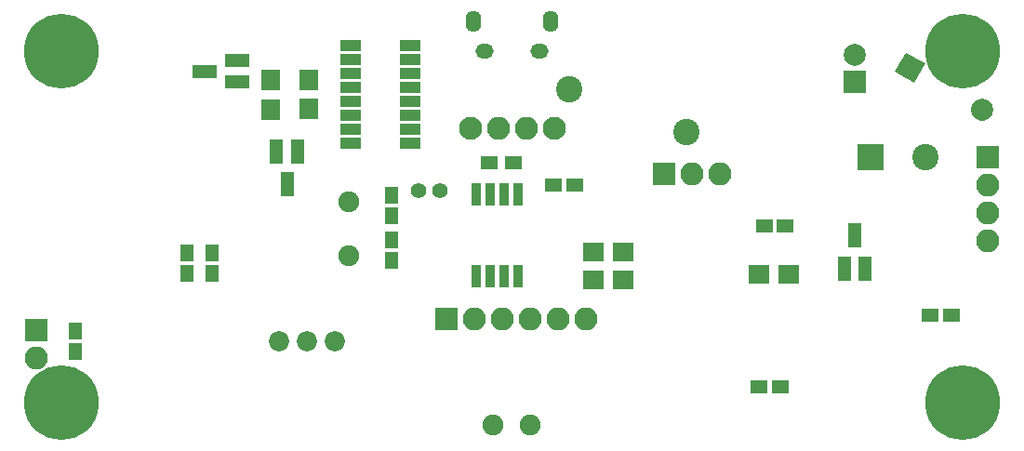
<source format=gbs>
G04 #@! TF.GenerationSoftware,KiCad,Pcbnew,(5.1.0)-1*
G04 #@! TF.CreationDate,2020-04-13T11:23:52+02:00*
G04 #@! TF.ProjectId,objet_chambre,6f626a65-745f-4636-9861-6d6272652e6b,rev?*
G04 #@! TF.SameCoordinates,PX9fa1b90PY2b1e160*
G04 #@! TF.FileFunction,Soldermask,Bot*
G04 #@! TF.FilePolarity,Negative*
%FSLAX46Y46*%
G04 Gerber Fmt 4.6, Leading zero omitted, Abs format (unit mm)*
G04 Created by KiCad (PCBNEW (5.1.0)-1) date 2020-04-13 11:23:52*
%MOMM*%
%LPD*%
G04 APERTURE LIST*
%ADD10R,1.200000X2.300000*%
%ADD11C,2.100000*%
%ADD12O,2.100000X2.100000*%
%ADD13R,2.100000X2.100000*%
%ADD14R,1.900000X1.000000*%
%ADD15C,6.800000*%
%ADD16R,1.600000X1.300000*%
%ADD17R,1.150000X1.600000*%
%ADD18C,2.400000*%
%ADD19R,2.400000X2.400000*%
%ADD20C,2.000000*%
%ADD21R,2.000000X2.000000*%
%ADD22R,1.600000X1.150000*%
%ADD23C,2.000000*%
%ADD24C,0.100000*%
%ADD25O,1.400000X1.950000*%
%ADD26O,1.650000X1.350000*%
%ADD27R,2.300000X1.200000*%
%ADD28R,1.700000X1.900000*%
%ADD29C,1.900000*%
%ADD30R,1.900000X1.700000*%
%ADD31C,1.840000*%
%ADD32R,0.950000X2.150000*%
%ADD33C,1.400000*%
G04 APERTURE END LIST*
D10*
X63820000Y-556000D03*
X62870000Y-3556000D03*
X64770000Y-3556000D03*
D11*
X28804000Y9212000D03*
D12*
X31344000Y9212000D03*
X33884000Y9212000D03*
D11*
X36424000Y9212000D03*
D13*
X26670000Y-8128000D03*
D12*
X29210000Y-8128000D03*
X31750000Y-8128000D03*
X34290000Y-8128000D03*
X36830000Y-8128000D03*
X39370000Y-8128000D03*
D14*
X17914000Y16752000D03*
X17914000Y15482000D03*
X17914000Y14212000D03*
X17914000Y12942000D03*
X17914000Y11672000D03*
X17914000Y10402000D03*
X17914000Y9132000D03*
X17914000Y7862000D03*
X23314000Y7862000D03*
X23314000Y9132000D03*
X23314000Y10402000D03*
X23314000Y11672000D03*
X23314000Y12942000D03*
X23314000Y14212000D03*
X23314000Y15482000D03*
X23314000Y16752000D03*
D15*
X73614000Y-15788000D03*
X73614000Y16212000D03*
X-8386000Y-15788000D03*
X-8386000Y16212000D03*
D16*
X30566000Y6096000D03*
X32766000Y6096000D03*
D17*
X5334000Y-2098000D03*
X5334000Y-3998000D03*
D18*
X70278000Y6604000D03*
D19*
X65278000Y6604000D03*
D17*
X21614000Y-2827000D03*
X21614000Y-927000D03*
X21614000Y3137000D03*
X21614000Y1237000D03*
D20*
X63782000Y15934000D03*
D21*
X63782000Y13434000D03*
D17*
X-7112000Y-11110000D03*
X-7112000Y-9210000D03*
X3048000Y-2098000D03*
X3048000Y-3998000D03*
D22*
X57018000Y-14288000D03*
X55118000Y-14288000D03*
X70678000Y-7788000D03*
X72578000Y-7788000D03*
X55586000Y286800D03*
X57486000Y286800D03*
X36388000Y4064000D03*
X38288000Y4064000D03*
D20*
X75433114Y10922000D03*
D23*
X75433114Y10922000D02*
X75433114Y10922000D01*
D20*
X68834000Y14732000D03*
D24*
G36*
X67467975Y14365975D02*
G01*
X68467975Y16098025D01*
X70200025Y15098025D01*
X69200025Y13365975D01*
X67467975Y14365975D01*
X67467975Y14365975D01*
G37*
D18*
X37801504Y12789030D03*
X48514000Y8890000D03*
D25*
X29090000Y18975000D03*
X36090000Y18975000D03*
D26*
X30090000Y16275000D03*
X35090000Y16275000D03*
D12*
X-10668000Y-11684000D03*
D13*
X-10668000Y-9144000D03*
D12*
X51562000Y5080000D03*
X49022000Y5080000D03*
D13*
X46482000Y5080000D03*
D10*
X11164000Y7112000D03*
X13064000Y7112000D03*
X12114000Y4112000D03*
D27*
X4614000Y14417000D03*
X7614000Y13467000D03*
X7614000Y15367000D03*
D28*
X14114000Y10957000D03*
X14114000Y13657000D03*
X10614000Y10922000D03*
X10614000Y13622000D03*
D29*
X34290000Y-17780000D03*
X30890000Y-17780000D03*
D30*
X55118000Y-4064000D03*
X57818000Y-4064000D03*
X42752000Y-2032000D03*
X40052000Y-2032000D03*
X40052000Y-4572000D03*
X42752000Y-4572000D03*
D31*
X16510000Y-10160000D03*
X13970000Y-10160000D03*
X11430000Y-10160000D03*
D13*
X75946000Y6604000D03*
D12*
X75946000Y4064000D03*
X75946000Y1524000D03*
X75946000Y-1016000D03*
D32*
X29337000Y-4208000D03*
X30607000Y-4208000D03*
X31877000Y-4208000D03*
X33147000Y-4208000D03*
X33147000Y3192000D03*
X31877000Y3192000D03*
X30607000Y3192000D03*
X29337000Y3192000D03*
D29*
X17702000Y2495000D03*
X17702000Y-2385000D03*
D33*
X24130000Y3556000D03*
X26030000Y3556000D03*
M02*

</source>
